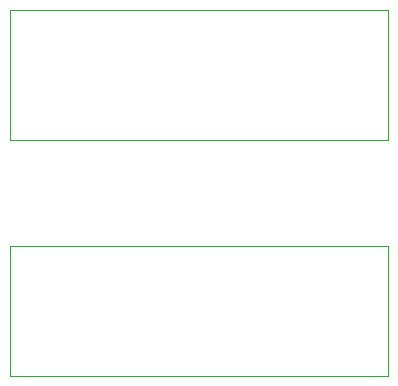
<source format=gbr>
%TF.GenerationSoftware,KiCad,Pcbnew,7.0.7*%
%TF.CreationDate,2023-10-21T18:00:55-07:00*%
%TF.ProjectId,DC32_Cnet_Badge_SAO,44433332-5f43-46e6-9574-5f4261646765,rev?*%
%TF.SameCoordinates,Original*%
%TF.FileFunction,Profile,NP*%
%FSLAX46Y46*%
G04 Gerber Fmt 4.6, Leading zero omitted, Abs format (unit mm)*
G04 Created by KiCad (PCBNEW 7.0.7) date 2023-10-21 18:00:55*
%MOMM*%
%LPD*%
G01*
G04 APERTURE LIST*
%TA.AperFunction,Profile*%
%ADD10C,0.100000*%
%TD*%
G04 APERTURE END LIST*
D10*
X140000000Y-69000000D02*
X172000000Y-69000000D01*
X172000000Y-80000000D01*
X140000000Y-80000000D01*
X140000000Y-69000000D01*
X140000000Y-89000000D02*
X172000000Y-89000000D01*
X172000000Y-100000000D01*
X140000000Y-100000000D01*
X140000000Y-89000000D01*
M02*

</source>
